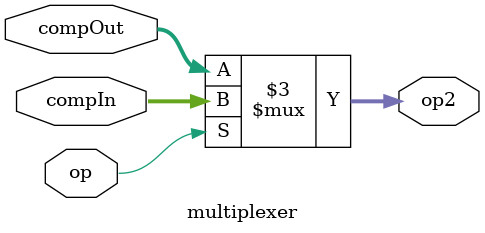
<source format=v>
`timescale 1ns / 1ps
module multiplexer(compIn, compOut, op, op2);
	 input [7:0] compIn;
    input [7:0] compOut;
    input op;
    output reg [7:0] op2;
	 
	 always@(compIn,compOut,op)
		 begin
			if(op)
				begin
					op2 = compIn;
				end
			else
				begin
					op2 = compOut;
				end
		 end
		 

endmodule

</source>
